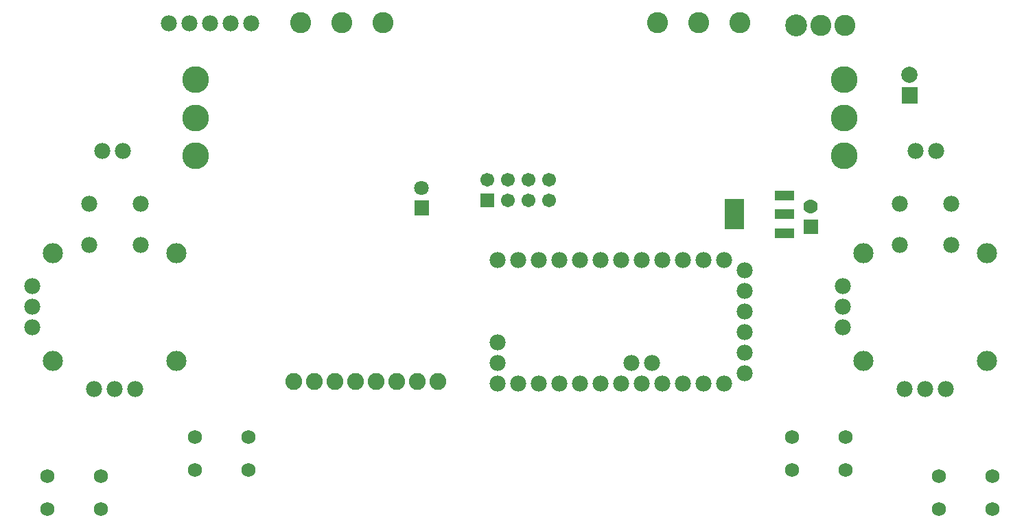
<source format=gts>
G04 Layer: TopSolderMaskLayer*
G04 EasyEDA v6.3.41, 2020-05-08T09:10:35+02:00*
G04 d89a9af8d5c5437eb0be35cb3310ab06,10*
G04 Gerber Generator version 0.2*
G04 Scale: 100 percent, Rotated: No, Reflected: No *
G04 Dimensions in millimeters *
G04 leading zeros omitted , absolute positions ,3 integer and 3 decimal *
%FSLAX33Y33*%
%MOMM*%
G90*
G71D02*

%ADD41C,1.981200*%
%ADD42C,1.773199*%
%ADD44C,2.703195*%
%ADD45C,2.603195*%
%ADD47C,2.003196*%
%ADD48C,1.727200*%
%ADD49C,2.489200*%
%ADD51C,1.701800*%
%ADD52C,2.082800*%
%ADD53C,3.303194*%
%ADD54C,1.803197*%
%ADD56R,2.362200X1.295400*%
%ADD57R,2.362200X3.708400*%

%LPD*%
G54D41*
G01X107513Y23108D03*
G01X107513Y25648D03*
G01X107513Y35808D03*
G01X107513Y33268D03*
G01X107513Y30728D03*
G01X107513Y28188D03*
G01X104973Y21838D03*
G01X102433Y21838D03*
G01X99893Y21838D03*
G01X97353Y21838D03*
G01X94813Y21838D03*
G01X92273Y21838D03*
G01X89733Y21838D03*
G01X87193Y21838D03*
G01X84653Y21838D03*
G01X82113Y21838D03*
G01X79573Y21838D03*
G01X77033Y21838D03*
G01X77033Y37078D03*
G01X79573Y37078D03*
G01X82113Y37078D03*
G01X84653Y37078D03*
G01X87193Y37078D03*
G01X89733Y37078D03*
G01X92273Y37078D03*
G01X94813Y37078D03*
G01X97353Y37078D03*
G01X99893Y37078D03*
G01X102433Y37078D03*
G01X104973Y37078D03*
G01X93543Y24384D03*
G01X96083Y24384D03*
G01X77033Y26918D03*
G01X77033Y24378D03*
G54D42*
G01X115641Y43688D03*
G36*
G01X114754Y40261D02*
G01X114754Y42034D01*
G01X116527Y42034D01*
G01X116527Y40261D01*
G01X114754Y40261D01*
G37*
G54D44*
G01X113863Y66045D03*
G54D45*
G01X119862Y66045D03*
G01X116863Y66045D03*
G54D41*
G01X36464Y66268D03*
G01X39004Y66268D03*
G01X41544Y66268D03*
G01X44084Y66268D03*
G01X46624Y66268D03*
G36*
G01X126832Y56388D02*
G01X126832Y58389D01*
G01X128833Y58389D01*
G01X128833Y56388D01*
G01X126832Y56388D01*
G37*
G54D47*
G01X127833Y59928D03*
G54D41*
G01X28265Y50546D03*
G01X30805Y50546D03*
G01X128595Y50546D03*
G01X131135Y50546D03*
G54D48*
G01X39695Y15240D03*
G01X39695Y11176D03*
G01X46299Y15240D03*
G01X46299Y11176D03*
G54D49*
G01X22158Y37918D03*
G01X37398Y37918D03*
G01X37398Y24608D03*
G01X22158Y24608D03*
G54D41*
G01X32318Y21103D03*
G01X29778Y21103D03*
G01X27238Y21103D03*
G01X19618Y31263D03*
G01X19618Y28723D03*
G01X19618Y33803D03*
G01X32953Y38883D03*
G01X26603Y38883D03*
G01X26603Y43963D03*
G01X32953Y43963D03*
G54D49*
G01X122158Y37918D03*
G01X137398Y37918D03*
G01X137398Y24608D03*
G01X122158Y24608D03*
G54D41*
G01X132318Y21103D03*
G01X129778Y21103D03*
G01X127238Y21103D03*
G01X119618Y31263D03*
G01X119618Y28723D03*
G01X119618Y33803D03*
G01X132953Y38883D03*
G01X126603Y38883D03*
G01X126603Y43963D03*
G01X132953Y43963D03*
G36*
G01X74912Y43599D02*
G01X74912Y45300D01*
G01X76613Y45300D01*
G01X76613Y43599D01*
G01X74912Y43599D01*
G37*
G54D51*
G01X78303Y44450D03*
G01X80843Y44450D03*
G01X83383Y44450D03*
G01X83383Y46990D03*
G01X80843Y46990D03*
G01X78303Y46990D03*
G01X75763Y46990D03*
G54D52*
G01X51887Y22098D03*
G01X54427Y22098D03*
G01X56967Y22098D03*
G01X59507Y22098D03*
G01X62047Y22098D03*
G01X64587Y22098D03*
G01X67127Y22098D03*
G01X69667Y22098D03*
G54D48*
G01X21476Y10346D03*
G01X21476Y6282D03*
G01X28080Y10346D03*
G01X28080Y6282D03*
G01X113355Y15240D03*
G01X113355Y11176D03*
G01X119959Y15240D03*
G01X119959Y11176D03*
G01X131476Y10346D03*
G01X131476Y6282D03*
G01X138080Y10346D03*
G01X138080Y6282D03*
G54D45*
G01X57778Y66314D03*
G01X62858Y66314D03*
G01X52698Y66314D03*
G01X101778Y66314D03*
G01X106858Y66314D03*
G01X96698Y66314D03*
G54D53*
G01X39778Y59314D03*
G01X39778Y54615D03*
G01X39778Y49916D03*
G01X119778Y59314D03*
G01X119778Y54615D03*
G01X119778Y49916D03*
G54D54*
G01X67635Y45974D03*
G36*
G01X66733Y42572D02*
G01X66733Y44376D01*
G01X68536Y44376D01*
G01X68536Y42572D01*
G01X66733Y42572D01*
G37*
G54D56*
G01X112389Y40373D03*
G01X112389Y42684D03*
G01X112389Y44970D03*
G54D57*
G01X106192Y42684D03*
M00*
M02*

</source>
